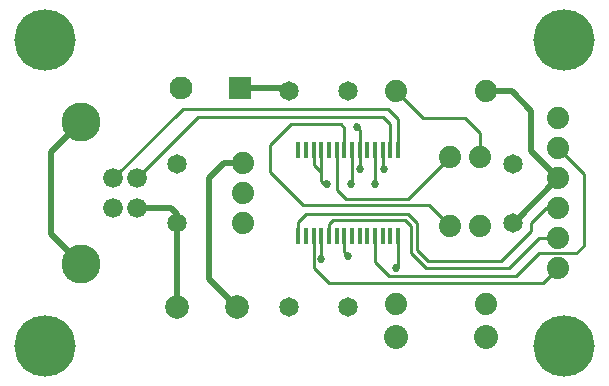
<source format=gbr>
%TF.GenerationSoftware,KiCad,Pcbnew,(6.0.7)*%
%TF.CreationDate,2022-09-29T14:27:19-05:00*%
%TF.ProjectId,usb2uart,75736232-7561-4727-942e-6b696361645f,2.0*%
%TF.SameCoordinates,Original*%
%TF.FileFunction,Copper,L1,Top*%
%TF.FilePolarity,Positive*%
%FSLAX46Y46*%
G04 Gerber Fmt 4.6, Leading zero omitted, Abs format (unit mm)*
G04 Created by KiCad (PCBNEW (6.0.7)) date 2022-09-29 14:27:19*
%MOMM*%
%LPD*%
G01*
G04 APERTURE LIST*
%TA.AperFunction,ComponentPad*%
%ADD10C,1.651000*%
%TD*%
%TA.AperFunction,ComponentPad*%
%ADD11C,0.500000*%
%TD*%
%TA.AperFunction,ComponentPad*%
%ADD12C,5.200000*%
%TD*%
%TA.AperFunction,ComponentPad*%
%ADD13C,1.676400*%
%TD*%
%TA.AperFunction,ComponentPad*%
%ADD14C,3.302000*%
%TD*%
%TA.AperFunction,ComponentPad*%
%ADD15C,1.879600*%
%TD*%
%TA.AperFunction,ComponentPad*%
%ADD16C,2.032000*%
%TD*%
%TA.AperFunction,ComponentPad*%
%ADD17C,2.000000*%
%TD*%
%TA.AperFunction,SMDPad,CuDef*%
%ADD18R,0.347980X1.397000*%
%TD*%
%TA.AperFunction,ComponentPad*%
%ADD19R,1.930400X1.930400*%
%TD*%
%TA.AperFunction,ComponentPad*%
%ADD20C,1.930400*%
%TD*%
%TA.AperFunction,ViaPad*%
%ADD21C,0.685800*%
%TD*%
%TA.AperFunction,Conductor*%
%ADD22C,0.254000*%
%TD*%
%TA.AperFunction,Conductor*%
%ADD23C,0.508000*%
%TD*%
G04 APERTURE END LIST*
D10*
%TO.P,C3,1,1*%
%TO.N,/3V3OUT*%
X125557280Y-146812000D03*
%TO.P,C3,2,2*%
%TO.N,GND*%
X130556000Y-146812000D03*
%TD*%
D11*
%TO.P,H1,1*%
%TO.N,N/C*%
X150368000Y-151638000D03*
X150368000Y-148590000D03*
X146812000Y-150114000D03*
X147320000Y-151638000D03*
D12*
X148844000Y-150114000D03*
D11*
X148844000Y-148082000D03*
X147320000Y-148590000D03*
X148844000Y-152146000D03*
X150876000Y-150114000D03*
%TD*%
D10*
%TO.P,C4,1,1*%
%TO.N,Net-(C4-Pad1)*%
X116078000Y-139659360D03*
%TO.P,C4,2,2*%
%TO.N,GND*%
X116078000Y-134660640D03*
%TD*%
%TO.P,C1,1,1*%
%TO.N,/VCC*%
X125557280Y-128524000D03*
%TO.P,C1,2,2*%
%TO.N,GND*%
X130556000Y-128524000D03*
%TD*%
D11*
%TO.P,H4,1*%
%TO.N,N/C*%
X102870000Y-150114000D03*
X103378000Y-151638000D03*
X104902000Y-148082000D03*
X103378000Y-148590000D03*
X106934000Y-150114000D03*
X106426000Y-151638000D03*
X106426000Y-148590000D03*
D12*
X104902000Y-150114000D03*
D11*
X104902000Y-152146000D03*
%TD*%
D13*
%TO.P,J1,VBUS,VBUS*%
%TO.N,Net-(C4-Pad1)*%
X112659160Y-138409680D03*
D14*
%TO.P,J1,SHLD,SHIELD*%
%TO.N,Net-(J1-PadSHLD)*%
X107960160Y-143179800D03*
X107960160Y-131140200D03*
D13*
%TO.P,J1,GND,GND*%
%TO.N,GND*%
X110677960Y-138409680D03*
%TO.P,J1,D-,D-*%
%TO.N,Net-(U1-Pad16)*%
X112659160Y-135910320D03*
%TO.P,J1,D+,D+*%
%TO.N,Net-(U1-Pad15)*%
X110677960Y-135910320D03*
%TD*%
D15*
%TO.P,J3,1,1*%
%TO.N,GND*%
X148336000Y-130810000D03*
%TO.P,J3,2,2*%
%TO.N,/CTS*%
X148336000Y-133350000D03*
%TO.P,J3,3,3*%
%TO.N,VCCIO*%
X148336000Y-135890000D03*
%TO.P,J3,4,4*%
%TO.N,/TX*%
X148336000Y-138430000D03*
%TO.P,J3,5,5*%
%TO.N,/RX*%
X148336000Y-140970000D03*
%TO.P,J3,6,6*%
%TO.N,/RTS*%
X148336000Y-143510000D03*
%TD*%
%TO.P,R1,P$1,1*%
%TO.N,Net-(D1-PadA)*%
X134620000Y-128524000D03*
%TO.P,R1,P$2,2*%
%TO.N,VCCIO*%
X142240000Y-128524000D03*
%TD*%
D16*
%TO.P,R3,P$1,1*%
%TO.N,Net-(R3-PadP$1)*%
X134620000Y-149352000D03*
%TO.P,R3,P$2,2*%
%TO.N,VCCIO*%
X142240000Y-149352000D03*
%TD*%
D17*
%TO.P,FB1,1*%
%TO.N,Net-(C4-Pad1)*%
X116078000Y-146812000D03*
%TO.P,FB1,2*%
%TO.N,/VCC*%
X121158000Y-146812000D03*
%TD*%
D11*
%TO.P,H2,1*%
%TO.N,N/C*%
X150876000Y-124206000D03*
X148844000Y-126238000D03*
X148844000Y-122174000D03*
X150368000Y-125730000D03*
X150368000Y-122682000D03*
X146812000Y-124206000D03*
X147320000Y-122682000D03*
D12*
X148844000Y-124206000D03*
D11*
X147320000Y-125730000D03*
%TD*%
D15*
%TO.P,D2,A,A*%
%TO.N,Net-(D2-PadA)*%
X141732000Y-139954000D03*
%TO.P,D2,K,C*%
%TO.N,Net-(D2-PadK)*%
X139192000Y-139954000D03*
%TD*%
D18*
%TO.P,U1,1,TXD*%
%TO.N,/TX*%
X126331980Y-140815060D03*
%TO.P,U1,2,DTR*%
%TO.N,unconnected-(U1-Pad2)*%
X126982220Y-140815060D03*
%TO.P,U1,3,RTS*%
%TO.N,/RTS*%
X127632460Y-140815060D03*
%TO.P,U1,4,VCCIO*%
%TO.N,VCCIO*%
X128282700Y-140815060D03*
%TO.P,U1,5,RXD*%
%TO.N,/RX*%
X128932940Y-140815060D03*
%TO.P,U1,6,RI*%
%TO.N,unconnected-(U1-Pad6)*%
X129583180Y-140815060D03*
%TO.P,U1,7,GND7*%
%TO.N,GND*%
X130233420Y-140815060D03*
%TO.P,U1,8*%
%TO.N,N/C*%
X130878580Y-140815060D03*
%TO.P,U1,9,DSR*%
%TO.N,unconnected-(U1-Pad9)*%
X131528820Y-140815060D03*
%TO.P,U1,10,DCD*%
%TO.N,unconnected-(U1-Pad10)*%
X132179060Y-140815060D03*
%TO.P,U1,11,CTS*%
%TO.N,/CTS*%
X132829300Y-140815060D03*
%TO.P,U1,12,SLEEP*%
%TO.N,unconnected-(U1-Pad12)*%
X133479540Y-140815060D03*
%TO.P,U1,13,TXDEN*%
%TO.N,unconnected-(U1-Pad13)*%
X134129780Y-140815060D03*
%TO.P,U1,14,PWREN*%
%TO.N,Net-(R3-PadP$1)*%
X134780020Y-140815060D03*
%TO.P,U1,15,USBDP*%
%TO.N,Net-(U1-Pad15)*%
X134780020Y-133504940D03*
%TO.P,U1,16,USBDM*%
%TO.N,Net-(U1-Pad16)*%
X134129780Y-133504940D03*
%TO.P,U1,17,3V3OUT*%
%TO.N,/3V3OUT*%
X133479540Y-133504940D03*
%TO.P,U1,18,GND18*%
%TO.N,GND*%
X132829300Y-133504940D03*
%TO.P,U1,19,RESET*%
%TO.N,unconnected-(U1-Pad19)*%
X132179060Y-133504940D03*
%TO.P,U1,20,VCC*%
%TO.N,/VCC*%
X131528820Y-133504940D03*
%TO.P,U1,21,GND21*%
%TO.N,GND*%
X130878580Y-133504940D03*
%TO.P,U1,22,RXLED*%
%TO.N,Net-(D2-PadK)*%
X130233420Y-133504940D03*
%TO.P,U1,23,TXLED*%
%TO.N,Net-(D1-PadK)*%
X129583180Y-133504940D03*
%TO.P,U1,24*%
%TO.N,N/C*%
X128932940Y-133504940D03*
%TO.P,U1,25,AGND*%
%TO.N,GND*%
X128282700Y-133504940D03*
%TO.P,U1,26,TEST*%
X127632460Y-133504940D03*
%TO.P,U1,27,OSCI*%
%TO.N,unconnected-(U1-Pad27)*%
X126982220Y-133504940D03*
%TO.P,U1,28,OSCO*%
%TO.N,unconnected-(U1-Pad28)*%
X126331980Y-133504940D03*
%TD*%
D10*
%TO.P,C2,1,1*%
%TO.N,VCCIO*%
X144526000Y-139659360D03*
%TO.P,C2,2,2*%
%TO.N,GND*%
X144526000Y-134660640D03*
%TD*%
D15*
%TO.P,J2,1,1*%
%TO.N,/3V3OUT*%
X121666000Y-139700000D03*
%TO.P,J2,2,2*%
%TO.N,VCCIO*%
X121666000Y-137160000D03*
%TO.P,J2,3,3*%
%TO.N,/VCC*%
X121666000Y-134620000D03*
%TD*%
%TO.P,R2,P$1,1*%
%TO.N,Net-(D2-PadA)*%
X134620000Y-146558000D03*
%TO.P,R2,P$2,2*%
%TO.N,VCCIO*%
X142240000Y-146558000D03*
%TD*%
D19*
%TO.P,C5,+,+*%
%TO.N,/VCC*%
X121371360Y-128270000D03*
D20*
%TO.P,C5,-,-*%
%TO.N,GND*%
X116372640Y-128270000D03*
%TD*%
D11*
%TO.P,H3,1*%
%TO.N,N/C*%
X106426000Y-122682000D03*
X104902000Y-126238000D03*
X104902000Y-122174000D03*
X102870000Y-124206000D03*
X103378000Y-122682000D03*
X103378000Y-125730000D03*
X106426000Y-125730000D03*
D12*
X104902000Y-124206000D03*
D11*
X106934000Y-124206000D03*
%TD*%
D15*
%TO.P,D1,A,A*%
%TO.N,Net-(D1-PadA)*%
X141732000Y-134112000D03*
%TO.P,D1,K,C*%
%TO.N,Net-(D1-PadK)*%
X139192000Y-134112000D03*
%TD*%
D21*
%TO.N,VCCIO*%
X128270000Y-142748000D03*
%TO.N,GND*%
X130810000Y-136398000D03*
X132842000Y-136398000D03*
X128778000Y-136398000D03*
X130556000Y-142494000D03*
%TO.N,Net-(R3-PadP$1)*%
X134620000Y-143510000D03*
%TO.N,/3V3OUT*%
X133604000Y-135128000D03*
%TO.N,/VCC*%
X131572000Y-135128000D03*
X131318000Y-131572000D03*
%TD*%
D22*
%TO.N,/TX*%
X126331980Y-140815060D02*
X126331980Y-139606020D01*
X137287000Y-142875000D02*
X143510000Y-142875000D01*
X126331980Y-139606020D02*
X127000000Y-138938000D01*
X136398000Y-141986000D02*
X137287000Y-142875000D01*
X146050000Y-140335000D02*
X146050000Y-139700000D01*
X127000000Y-138938000D02*
X135636000Y-138938000D01*
X147320000Y-138430000D02*
X148336000Y-138430000D01*
X143510000Y-142875000D02*
X146050000Y-140335000D01*
X135636000Y-138938000D02*
X136398000Y-139700000D01*
X146050000Y-139700000D02*
X147320000Y-138430000D01*
X136398000Y-139700000D02*
X136398000Y-141986000D01*
%TO.N,/RTS*%
X127632460Y-143507460D02*
X127632460Y-140815060D01*
X147066000Y-144780000D02*
X128905000Y-144780000D01*
X148336000Y-143510000D02*
X147066000Y-144780000D01*
X128905000Y-144780000D02*
X127632460Y-143507460D01*
D23*
%TO.N,VCCIO*%
X146050000Y-133604000D02*
X146050000Y-130175000D01*
X144399000Y-128524000D02*
X142240000Y-128524000D01*
X148336000Y-135890000D02*
X144566640Y-139659360D01*
X146050000Y-130175000D02*
X144399000Y-128524000D01*
X144566640Y-139659360D02*
X144526000Y-139659360D01*
X148336000Y-135890000D02*
X146050000Y-133604000D01*
D22*
X128270000Y-140827760D02*
X128282700Y-140815060D01*
X128270000Y-142748000D02*
X128270000Y-140827760D01*
%TO.N,/RX*%
X148336000Y-140970000D02*
X146685000Y-140970000D01*
X137160000Y-143510000D02*
X135890000Y-142240000D01*
X128905000Y-140787120D02*
X128932940Y-140815060D01*
X146685000Y-140970000D02*
X144145000Y-143510000D01*
X135890000Y-142240000D02*
X135890000Y-139954000D01*
X129286000Y-139446000D02*
X128932940Y-139799060D01*
X135382000Y-139446000D02*
X129286000Y-139446000D01*
X144145000Y-143510000D02*
X137160000Y-143510000D01*
X128932940Y-139799060D02*
X128932940Y-140815060D01*
X135890000Y-139954000D02*
X135382000Y-139446000D01*
%TO.N,GND*%
X127632460Y-134744460D02*
X128282700Y-135394700D01*
X127632460Y-133504940D02*
X127632460Y-134744460D01*
X130233420Y-142171420D02*
X130556000Y-142494000D01*
X128282700Y-136156700D02*
X128524000Y-136398000D01*
X130878580Y-133504940D02*
X130878580Y-136329420D01*
X128524000Y-136398000D02*
X128778000Y-136398000D01*
X132829300Y-136385300D02*
X132842000Y-136398000D01*
X132829300Y-133504940D02*
X132829300Y-136385300D01*
X128282700Y-135394700D02*
X128282700Y-136156700D01*
X130878580Y-136329420D02*
X130810000Y-136398000D01*
X128282700Y-133504940D02*
X128282700Y-135394700D01*
X130233420Y-140815060D02*
X130233420Y-142171420D01*
%TO.N,/CTS*%
X144780000Y-144145000D02*
X133985000Y-144145000D01*
X146050000Y-142875000D02*
X144780000Y-144145000D01*
X150495000Y-135509000D02*
X150495000Y-138430000D01*
X132829300Y-142989300D02*
X133985000Y-144145000D01*
X150495000Y-141605000D02*
X149860000Y-142240000D01*
X146685000Y-142240000D02*
X146050000Y-142875000D01*
X148336000Y-133350000D02*
X150495000Y-135509000D01*
X132829300Y-140815060D02*
X132829300Y-142989300D01*
X150495000Y-138430000D02*
X150495000Y-141605000D01*
X149860000Y-142240000D02*
X146685000Y-142240000D01*
%TO.N,Net-(R3-PadP$1)*%
X134620000Y-143510000D02*
X134780020Y-143349980D01*
X134780020Y-143349980D02*
X134780020Y-140815060D01*
%TO.N,Net-(U1-Pad15)*%
X134780020Y-130903980D02*
X133924040Y-130048000D01*
X133924040Y-130048000D02*
X133604000Y-130048000D01*
X116540280Y-130048000D02*
X133604000Y-130048000D01*
X134780020Y-130903980D02*
X134780020Y-133504940D01*
X110677960Y-135910320D02*
X116540280Y-130048000D01*
%TO.N,Net-(U1-Pad16)*%
X117856000Y-130713480D02*
X133507480Y-130713480D01*
X133507480Y-130713480D02*
X134129780Y-131335780D01*
X134129780Y-131335780D02*
X134129780Y-133504940D01*
X112659160Y-135910320D02*
X117856000Y-130713480D01*
%TO.N,/3V3OUT*%
X133479540Y-135003540D02*
X133604000Y-135128000D01*
X133479540Y-133504940D02*
X133479540Y-135003540D01*
D23*
%TO.N,/VCC*%
X121371360Y-128270000D02*
X125303280Y-128270000D01*
D22*
X131528820Y-133504940D02*
X131528820Y-131782820D01*
D23*
X118745000Y-135890000D02*
X120015000Y-134620000D01*
X120015000Y-134620000D02*
X121666000Y-134620000D01*
D22*
X131528820Y-133504940D02*
X131528820Y-135084820D01*
X131528820Y-131782820D02*
X131318000Y-131572000D01*
X131528820Y-135084820D02*
X131572000Y-135128000D01*
D23*
X121158000Y-146812000D02*
X118745000Y-144399000D01*
X125303280Y-128270000D02*
X125557280Y-128524000D01*
X118745000Y-144399000D02*
X118745000Y-135890000D01*
D22*
%TO.N,Net-(D2-PadK)*%
X125730000Y-131318000D02*
X123952000Y-133096000D01*
X123952000Y-135382000D02*
X126746000Y-138176000D01*
X129910840Y-131318000D02*
X125730000Y-131318000D01*
X137414000Y-138176000D02*
X139192000Y-139954000D01*
X126746000Y-138176000D02*
X137414000Y-138176000D01*
X123952000Y-133096000D02*
X123952000Y-135382000D01*
X130233420Y-133504940D02*
X130233420Y-131640580D01*
X130233420Y-131640580D02*
X129910840Y-131318000D01*
%TO.N,Net-(D1-PadK)*%
X139192000Y-134112000D02*
X135636000Y-137668000D01*
X129583180Y-136862820D02*
X130388360Y-137668000D01*
X130388360Y-137668000D02*
X130556000Y-137668000D01*
X129583180Y-136862820D02*
X129583180Y-133504940D01*
X135636000Y-137668000D02*
X130556000Y-137668000D01*
%TO.N,Net-(D1-PadA)*%
X141732000Y-134112000D02*
X141732000Y-132080000D01*
X134620000Y-128524000D02*
X136906000Y-130810000D01*
X140462000Y-130810000D02*
X137414000Y-130810000D01*
X140970000Y-131318000D02*
X140462000Y-130810000D01*
X141732000Y-132080000D02*
X140970000Y-131318000D01*
X136906000Y-130810000D02*
X137414000Y-130810000D01*
D23*
%TO.N,Net-(C4-Pad1)*%
X116078000Y-146812000D02*
X116078000Y-139659360D01*
X115549680Y-138409680D02*
X112659160Y-138409680D01*
X116078000Y-139659360D02*
X116078000Y-138938000D01*
X116078000Y-138938000D02*
X115549680Y-138409680D01*
%TO.N,Net-(J1-PadSHLD)*%
X105410000Y-140629640D02*
X105410000Y-133690360D01*
X105410000Y-133690360D02*
X107960160Y-131140200D01*
X107960160Y-143179800D02*
X105410000Y-140629640D01*
%TD*%
M02*

</source>
